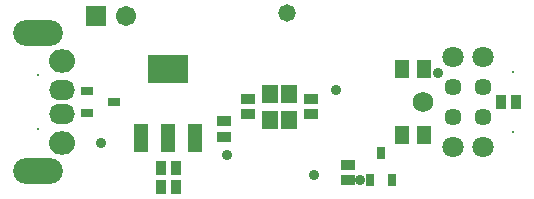
<source format=gbs>
%FSTAX23Y23*%
%MOIN*%
%SFA1B1*%

%IPPOS*%
%ADD21R,0.035560X0.045400*%
%ADD22R,0.045400X0.035560*%
%ADD26C,0.057210*%
%ADD27C,0.068000*%
%ADD28C,0.008000*%
%ADD29C,0.070990*%
%ADD30O,0.086740X0.076900*%
%ADD31O,0.086740X0.067060*%
%ADD32O,0.165480X0.086740*%
%ADD33R,0.067060X0.067060*%
%ADD34C,0.067060*%
%ADD35C,0.035560*%
%ADD36C,0.058000*%
%ADD54R,0.045400X0.063120*%
%ADD55R,0.031620X0.043430*%
%ADD56R,0.043430X0.031620*%
%ADD57R,0.055240X0.063120*%
%ADD58R,0.135950X0.092650*%
%ADD59R,0.047370X0.092650*%
%LNmidi_stick-1*%
%LPD*%
G54D21*
X04484Y02935D03*
X04535D03*
X03349Y02715D03*
X034D03*
X03349Y0265D03*
X034D03*
G54D22*
X03975Y02725D03*
Y02674D03*
X0356Y0287D03*
Y02819D03*
X03852Y02945D03*
Y02894D03*
X03642Y02945D03*
Y02894D03*
G54D26*
X04425Y02885D03*
Y02985D03*
X04325Y02885D03*
Y02985D03*
G54D27*
X04225Y02935D03*
G54D28*
X04525Y02835D03*
Y03035D03*
X02939Y02844D03*
Y03025D03*
G54D29*
X04425Y03085D03*
Y02785D03*
X04325D03*
Y03085D03*
G54D30*
X03021Y03072D03*
Y02797D03*
G54D31*
X03021Y02974D03*
Y02895D03*
G54D32*
X02939Y02704D03*
Y03165D03*
G54D33*
X03135Y0322D03*
G54D34*
X03235Y0322D03*
G54D35*
X04015Y02674D03*
X04275Y0303D03*
X03935Y02975D03*
X0357Y02758D03*
X0315Y02797D03*
X0386Y02693D03*
G54D36*
X0377Y0323D03*
G54D54*
X04226Y03045D03*
X04153D03*
X04226Y02825D03*
X04153D03*
G54D55*
X04085Y02765D03*
X04047Y02674D03*
X04122D03*
G54D56*
X03195Y02935D03*
X03104Y02972D03*
Y02897D03*
G54D57*
X03778Y02876D03*
X03715D03*
X03778Y02963D03*
X03715D03*
G54D58*
X03375Y03045D03*
G54D59*
X03284Y02814D03*
X03375D03*
X03465D03*
M02*
</source>
